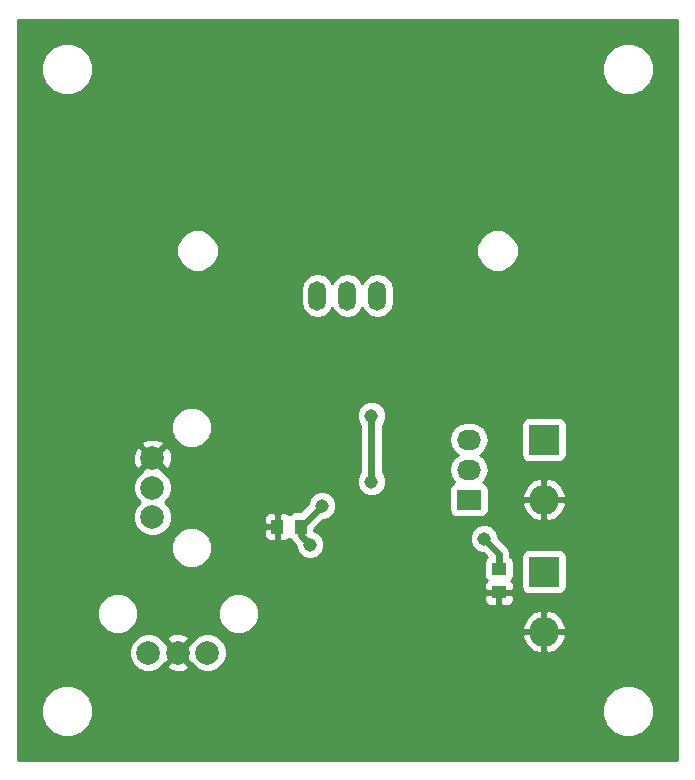
<source format=gbl>
G04 #@! TF.FileFunction,Copper,L2,Bot,Signal*
%FSLAX46Y46*%
G04 Gerber Fmt 4.6, Leading zero omitted, Abs format (unit mm)*
G04 Created by KiCad (PCBNEW 4.0.2-stable) date Tuesday, November 15, 2016 'AMt' 11:41:50 AM*
%MOMM*%
G01*
G04 APERTURE LIST*
%ADD10C,0.100000*%
%ADD11R,2.540000X2.540000*%
%ADD12O,2.540000X2.540000*%
%ADD13R,1.000000X1.250000*%
%ADD14R,1.250000X1.000000*%
%ADD15R,2.032000X1.727200*%
%ADD16O,2.032000X1.727200*%
%ADD17O,1.501140X2.499360*%
%ADD18C,2.000000*%
%ADD19C,1.143000*%
%ADD20C,0.609600*%
%ADD21C,0.254000*%
G04 APERTURE END LIST*
D10*
D11*
X143637000Y-64262000D03*
D12*
X143637000Y-69342000D03*
D13*
X123047000Y-71628000D03*
X121047000Y-71628000D03*
D14*
X139827000Y-75200000D03*
X139827000Y-77200000D03*
D11*
X143637000Y-75438000D03*
D12*
X143637000Y-80518000D03*
D15*
X137287000Y-69342000D03*
D16*
X137287000Y-66802000D03*
X137287000Y-64262000D03*
D17*
X127000000Y-52070000D03*
X124460000Y-52070000D03*
X129540000Y-52070000D03*
D18*
X110490000Y-70826000D03*
X110490000Y-68326000D03*
X110490000Y-65826000D03*
X115149000Y-82296000D03*
X112649000Y-82296000D03*
X110149000Y-82296000D03*
D19*
X124841000Y-69850000D03*
X123825000Y-73152000D03*
X134366000Y-63754000D03*
X134366000Y-81661000D03*
X129413000Y-70104000D03*
X119253000Y-65786000D03*
X134112000Y-76073000D03*
X138557000Y-72644000D03*
X129032000Y-67818000D03*
X129032000Y-62230000D03*
D20*
X123047000Y-71628000D02*
X123063000Y-71628000D01*
X123063000Y-71628000D02*
X124841000Y-69850000D01*
X123047000Y-72374000D02*
X123047000Y-71628000D01*
X123825000Y-73152000D02*
X123047000Y-72374000D01*
X134112000Y-76073000D02*
X134112000Y-76200000D01*
X139827000Y-73914000D02*
X139827000Y-75200000D01*
X138557000Y-72644000D02*
X139827000Y-73914000D01*
X129032000Y-62230000D02*
X129032000Y-67818000D01*
D21*
G36*
X154890000Y-91390000D02*
X99110000Y-91390000D01*
X99110000Y-87691619D01*
X101015613Y-87691619D01*
X101355155Y-88513372D01*
X101983321Y-89142636D01*
X102804481Y-89483611D01*
X103693619Y-89484387D01*
X104515372Y-89144845D01*
X105144636Y-88516679D01*
X105485611Y-87695519D01*
X105485614Y-87691619D01*
X148513613Y-87691619D01*
X148853155Y-88513372D01*
X149481321Y-89142636D01*
X150302481Y-89483611D01*
X151191619Y-89484387D01*
X152013372Y-89144845D01*
X152642636Y-88516679D01*
X152983611Y-87695519D01*
X152984387Y-86806381D01*
X152644845Y-85984628D01*
X152016679Y-85355364D01*
X151195519Y-85014389D01*
X150306381Y-85013613D01*
X149484628Y-85353155D01*
X148855364Y-85981321D01*
X148514389Y-86802481D01*
X148513613Y-87691619D01*
X105485614Y-87691619D01*
X105486387Y-86806381D01*
X105146845Y-85984628D01*
X104518679Y-85355364D01*
X103697519Y-85014389D01*
X102808381Y-85013613D01*
X101986628Y-85353155D01*
X101357364Y-85981321D01*
X101016389Y-86802481D01*
X101015613Y-87691619D01*
X99110000Y-87691619D01*
X99110000Y-82619795D01*
X108513716Y-82619795D01*
X108762106Y-83220943D01*
X109221637Y-83681278D01*
X109822352Y-83930716D01*
X110472795Y-83931284D01*
X111073943Y-83682894D01*
X111308715Y-83448532D01*
X111676073Y-83448532D01*
X111774736Y-83715387D01*
X112384461Y-83941908D01*
X113034460Y-83917856D01*
X113523264Y-83715387D01*
X113621927Y-83448532D01*
X112649000Y-82475605D01*
X111676073Y-83448532D01*
X111308715Y-83448532D01*
X111490752Y-83266813D01*
X111496468Y-83268927D01*
X112469395Y-82296000D01*
X112828605Y-82296000D01*
X113801532Y-83268927D01*
X113807722Y-83266639D01*
X114221637Y-83681278D01*
X114822352Y-83930716D01*
X115472795Y-83931284D01*
X116073943Y-83682894D01*
X116534278Y-83223363D01*
X116783716Y-82622648D01*
X116784284Y-81972205D01*
X116535894Y-81371057D01*
X116106371Y-80940782D01*
X141779500Y-80940782D01*
X142082685Y-81619434D01*
X142622501Y-82130403D01*
X143214219Y-82375493D01*
X143510000Y-82259626D01*
X143510000Y-80645000D01*
X143764000Y-80645000D01*
X143764000Y-82259626D01*
X144059781Y-82375493D01*
X144651499Y-82130403D01*
X145191315Y-81619434D01*
X145494500Y-80940782D01*
X145379019Y-80645000D01*
X143764000Y-80645000D01*
X143510000Y-80645000D01*
X141894981Y-80645000D01*
X141779500Y-80940782D01*
X116106371Y-80940782D01*
X116076363Y-80910722D01*
X115475648Y-80661284D01*
X114825205Y-80660716D01*
X114224057Y-80909106D01*
X113807248Y-81325187D01*
X113801532Y-81323073D01*
X112828605Y-82296000D01*
X112469395Y-82296000D01*
X111496468Y-81323073D01*
X111490278Y-81325361D01*
X111308703Y-81143468D01*
X111676073Y-81143468D01*
X112649000Y-82116395D01*
X113621927Y-81143468D01*
X113523264Y-80876613D01*
X112913539Y-80650092D01*
X112263540Y-80674144D01*
X111774736Y-80876613D01*
X111676073Y-81143468D01*
X111308703Y-81143468D01*
X111076363Y-80910722D01*
X110475648Y-80661284D01*
X109825205Y-80660716D01*
X109224057Y-80909106D01*
X108763722Y-81368637D01*
X108514284Y-81969352D01*
X108513716Y-82619795D01*
X99110000Y-82619795D01*
X99110000Y-79339599D01*
X105813699Y-79339599D01*
X106077281Y-79977515D01*
X106564918Y-80466004D01*
X107202373Y-80730699D01*
X107892599Y-80731301D01*
X108530515Y-80467719D01*
X109019004Y-79980082D01*
X109283699Y-79342627D01*
X109283701Y-79339599D01*
X116013699Y-79339599D01*
X116277281Y-79977515D01*
X116764918Y-80466004D01*
X117402373Y-80730699D01*
X118092599Y-80731301D01*
X118730515Y-80467719D01*
X119103666Y-80095218D01*
X141779500Y-80095218D01*
X141894981Y-80391000D01*
X143510000Y-80391000D01*
X143510000Y-78776374D01*
X143764000Y-78776374D01*
X143764000Y-80391000D01*
X145379019Y-80391000D01*
X145494500Y-80095218D01*
X145191315Y-79416566D01*
X144651499Y-78905597D01*
X144059781Y-78660507D01*
X143764000Y-78776374D01*
X143510000Y-78776374D01*
X143214219Y-78660507D01*
X142622501Y-78905597D01*
X142082685Y-79416566D01*
X141779500Y-80095218D01*
X119103666Y-80095218D01*
X119219004Y-79980082D01*
X119483699Y-79342627D01*
X119484301Y-78652401D01*
X119220719Y-78014485D01*
X118733082Y-77525996D01*
X118636160Y-77485750D01*
X138567000Y-77485750D01*
X138567000Y-77826309D01*
X138663673Y-78059698D01*
X138842301Y-78238327D01*
X139075690Y-78335000D01*
X139541250Y-78335000D01*
X139700000Y-78176250D01*
X139700000Y-77327000D01*
X139954000Y-77327000D01*
X139954000Y-78176250D01*
X140112750Y-78335000D01*
X140578310Y-78335000D01*
X140811699Y-78238327D01*
X140990327Y-78059698D01*
X141087000Y-77826309D01*
X141087000Y-77485750D01*
X140928250Y-77327000D01*
X139954000Y-77327000D01*
X139700000Y-77327000D01*
X138725750Y-77327000D01*
X138567000Y-77485750D01*
X118636160Y-77485750D01*
X118095627Y-77261301D01*
X117405401Y-77260699D01*
X116767485Y-77524281D01*
X116278996Y-78011918D01*
X116014301Y-78649373D01*
X116013699Y-79339599D01*
X109283701Y-79339599D01*
X109284301Y-78652401D01*
X109020719Y-78014485D01*
X108533082Y-77525996D01*
X107895627Y-77261301D01*
X107205401Y-77260699D01*
X106567485Y-77524281D01*
X106078996Y-78011918D01*
X105814301Y-78649373D01*
X105813699Y-79339599D01*
X99110000Y-79339599D01*
X99110000Y-73769599D01*
X112054699Y-73769599D01*
X112318281Y-74407515D01*
X112805918Y-74896004D01*
X113443373Y-75160699D01*
X114133599Y-75161301D01*
X114771515Y-74897719D01*
X115260004Y-74410082D01*
X115524699Y-73772627D01*
X115525301Y-73082401D01*
X115261719Y-72444485D01*
X114774082Y-71955996D01*
X114672343Y-71913750D01*
X119912000Y-71913750D01*
X119912000Y-72379310D01*
X120008673Y-72612699D01*
X120187302Y-72791327D01*
X120420691Y-72888000D01*
X120761250Y-72888000D01*
X120920000Y-72729250D01*
X120920000Y-71755000D01*
X120070750Y-71755000D01*
X119912000Y-71913750D01*
X114672343Y-71913750D01*
X114136627Y-71691301D01*
X113446401Y-71690699D01*
X112808485Y-71954281D01*
X112319996Y-72441918D01*
X112055301Y-73079373D01*
X112054699Y-73769599D01*
X99110000Y-73769599D01*
X99110000Y-68649795D01*
X108854716Y-68649795D01*
X109103106Y-69250943D01*
X109427759Y-69576164D01*
X109104722Y-69898637D01*
X108855284Y-70499352D01*
X108854716Y-71149795D01*
X109103106Y-71750943D01*
X109562637Y-72211278D01*
X110163352Y-72460716D01*
X110813795Y-72461284D01*
X111414943Y-72212894D01*
X111875278Y-71753363D01*
X112124716Y-71152648D01*
X112124956Y-70876690D01*
X119912000Y-70876690D01*
X119912000Y-71342250D01*
X120070750Y-71501000D01*
X120920000Y-71501000D01*
X120920000Y-70526750D01*
X121174000Y-70526750D01*
X121174000Y-71501000D01*
X121194000Y-71501000D01*
X121194000Y-71755000D01*
X121174000Y-71755000D01*
X121174000Y-72729250D01*
X121332750Y-72888000D01*
X121673309Y-72888000D01*
X121906698Y-72791327D01*
X122047936Y-72650090D01*
X122082910Y-72704441D01*
X122223334Y-72800389D01*
X122382461Y-73038539D01*
X122618393Y-73274471D01*
X122618291Y-73390935D01*
X122801582Y-73834535D01*
X123140680Y-74174225D01*
X123583959Y-74358290D01*
X124063935Y-74358709D01*
X124507535Y-74175418D01*
X124847225Y-73836320D01*
X125031290Y-73393041D01*
X125031709Y-72913065D01*
X125019260Y-72882935D01*
X137350291Y-72882935D01*
X137533582Y-73326535D01*
X137872680Y-73666225D01*
X138315959Y-73850290D01*
X138434315Y-73850393D01*
X138792709Y-74208787D01*
X138750559Y-74235910D01*
X138605569Y-74448110D01*
X138554560Y-74700000D01*
X138554560Y-75700000D01*
X138598838Y-75935317D01*
X138737910Y-76151441D01*
X138806006Y-76197969D01*
X138663673Y-76340302D01*
X138567000Y-76573691D01*
X138567000Y-76914250D01*
X138725750Y-77073000D01*
X139700000Y-77073000D01*
X139700000Y-77053000D01*
X139954000Y-77053000D01*
X139954000Y-77073000D01*
X140928250Y-77073000D01*
X141087000Y-76914250D01*
X141087000Y-76573691D01*
X140990327Y-76340302D01*
X140849090Y-76199064D01*
X140903441Y-76164090D01*
X141048431Y-75951890D01*
X141099440Y-75700000D01*
X141099440Y-74700000D01*
X141055162Y-74464683D01*
X140916090Y-74248559D01*
X140798188Y-74168000D01*
X141719560Y-74168000D01*
X141719560Y-76708000D01*
X141763838Y-76943317D01*
X141902910Y-77159441D01*
X142115110Y-77304431D01*
X142367000Y-77355440D01*
X144907000Y-77355440D01*
X145142317Y-77311162D01*
X145358441Y-77172090D01*
X145503431Y-76959890D01*
X145554440Y-76708000D01*
X145554440Y-74168000D01*
X145510162Y-73932683D01*
X145371090Y-73716559D01*
X145158890Y-73571569D01*
X144907000Y-73520560D01*
X142367000Y-73520560D01*
X142131683Y-73564838D01*
X141915559Y-73703910D01*
X141770569Y-73916110D01*
X141719560Y-74168000D01*
X140798188Y-74168000D01*
X140766800Y-74146554D01*
X140766800Y-73914000D01*
X140695262Y-73554354D01*
X140491539Y-73249461D01*
X139763607Y-72521529D01*
X139763709Y-72405065D01*
X139580418Y-71961465D01*
X139241320Y-71621775D01*
X138798041Y-71437710D01*
X138318065Y-71437291D01*
X137874465Y-71620582D01*
X137534775Y-71959680D01*
X137350710Y-72402959D01*
X137350291Y-72882935D01*
X125019260Y-72882935D01*
X124848418Y-72469465D01*
X124509320Y-72129775D01*
X124194440Y-71999026D01*
X124194440Y-71825638D01*
X124963471Y-71056607D01*
X125079935Y-71056709D01*
X125523535Y-70873418D01*
X125863225Y-70534320D01*
X126047290Y-70091041D01*
X126047709Y-69611065D01*
X125864418Y-69167465D01*
X125525320Y-68827775D01*
X125082041Y-68643710D01*
X124602065Y-68643291D01*
X124158465Y-68826582D01*
X123818775Y-69165680D01*
X123634710Y-69608959D01*
X123634607Y-69727315D01*
X123006362Y-70355560D01*
X122547000Y-70355560D01*
X122311683Y-70399838D01*
X122095559Y-70538910D01*
X122049031Y-70607006D01*
X121906698Y-70464673D01*
X121673309Y-70368000D01*
X121332750Y-70368000D01*
X121174000Y-70526750D01*
X120920000Y-70526750D01*
X120761250Y-70368000D01*
X120420691Y-70368000D01*
X120187302Y-70464673D01*
X120008673Y-70643301D01*
X119912000Y-70876690D01*
X112124956Y-70876690D01*
X112125284Y-70502205D01*
X111876894Y-69901057D01*
X111552241Y-69575836D01*
X111875278Y-69253363D01*
X112124716Y-68652648D01*
X112125284Y-68002205D01*
X111876894Y-67401057D01*
X111460813Y-66984248D01*
X111462927Y-66978532D01*
X110490000Y-66005605D01*
X109517073Y-66978532D01*
X109519361Y-66984722D01*
X109104722Y-67398637D01*
X108855284Y-67999352D01*
X108854716Y-68649795D01*
X99110000Y-68649795D01*
X99110000Y-65561461D01*
X108844092Y-65561461D01*
X108868144Y-66211460D01*
X109070613Y-66700264D01*
X109337468Y-66798927D01*
X110310395Y-65826000D01*
X110669605Y-65826000D01*
X111642532Y-66798927D01*
X111909387Y-66700264D01*
X112135908Y-66090539D01*
X112111856Y-65440540D01*
X111909387Y-64951736D01*
X111642532Y-64853073D01*
X110669605Y-65826000D01*
X110310395Y-65826000D01*
X109337468Y-64853073D01*
X109070613Y-64951736D01*
X108844092Y-65561461D01*
X99110000Y-65561461D01*
X99110000Y-64673468D01*
X109517073Y-64673468D01*
X110490000Y-65646395D01*
X111462927Y-64673468D01*
X111364264Y-64406613D01*
X110754539Y-64180092D01*
X110104540Y-64204144D01*
X109615736Y-64406613D01*
X109517073Y-64673468D01*
X99110000Y-64673468D01*
X99110000Y-63569599D01*
X112054699Y-63569599D01*
X112318281Y-64207515D01*
X112805918Y-64696004D01*
X113443373Y-64960699D01*
X114133599Y-64961301D01*
X114771515Y-64697719D01*
X115260004Y-64210082D01*
X115524699Y-63572627D01*
X115525301Y-62882401D01*
X115354461Y-62468935D01*
X127825291Y-62468935D01*
X128008582Y-62912535D01*
X128092200Y-62996299D01*
X128092200Y-67051399D01*
X128009775Y-67133680D01*
X127825710Y-67576959D01*
X127825291Y-68056935D01*
X128008582Y-68500535D01*
X128347680Y-68840225D01*
X128790959Y-69024290D01*
X129270935Y-69024709D01*
X129714535Y-68841418D01*
X130054225Y-68502320D01*
X130238290Y-68059041D01*
X130238709Y-67579065D01*
X130055418Y-67135465D01*
X129971800Y-67051701D01*
X129971800Y-64262000D01*
X135603655Y-64262000D01*
X135717729Y-64835489D01*
X136042585Y-65321670D01*
X136357366Y-65532000D01*
X136042585Y-65742330D01*
X135717729Y-66228511D01*
X135603655Y-66802000D01*
X135717729Y-67375489D01*
X136042585Y-67861670D01*
X136056913Y-67871243D01*
X136035683Y-67875238D01*
X135819559Y-68014310D01*
X135674569Y-68226510D01*
X135623560Y-68478400D01*
X135623560Y-70205600D01*
X135667838Y-70440917D01*
X135806910Y-70657041D01*
X136019110Y-70802031D01*
X136271000Y-70853040D01*
X138303000Y-70853040D01*
X138538317Y-70808762D01*
X138754441Y-70669690D01*
X138899431Y-70457490D01*
X138950440Y-70205600D01*
X138950440Y-69764782D01*
X141779500Y-69764782D01*
X142082685Y-70443434D01*
X142622501Y-70954403D01*
X143214219Y-71199493D01*
X143510000Y-71083626D01*
X143510000Y-69469000D01*
X143764000Y-69469000D01*
X143764000Y-71083626D01*
X144059781Y-71199493D01*
X144651499Y-70954403D01*
X145191315Y-70443434D01*
X145494500Y-69764782D01*
X145379019Y-69469000D01*
X143764000Y-69469000D01*
X143510000Y-69469000D01*
X141894981Y-69469000D01*
X141779500Y-69764782D01*
X138950440Y-69764782D01*
X138950440Y-68919218D01*
X141779500Y-68919218D01*
X141894981Y-69215000D01*
X143510000Y-69215000D01*
X143510000Y-67600374D01*
X143764000Y-67600374D01*
X143764000Y-69215000D01*
X145379019Y-69215000D01*
X145494500Y-68919218D01*
X145191315Y-68240566D01*
X144651499Y-67729597D01*
X144059781Y-67484507D01*
X143764000Y-67600374D01*
X143510000Y-67600374D01*
X143214219Y-67484507D01*
X142622501Y-67729597D01*
X142082685Y-68240566D01*
X141779500Y-68919218D01*
X138950440Y-68919218D01*
X138950440Y-68478400D01*
X138906162Y-68243083D01*
X138767090Y-68026959D01*
X138554890Y-67881969D01*
X138513561Y-67873600D01*
X138531415Y-67861670D01*
X138856271Y-67375489D01*
X138970345Y-66802000D01*
X138856271Y-66228511D01*
X138531415Y-65742330D01*
X138216634Y-65532000D01*
X138531415Y-65321670D01*
X138856271Y-64835489D01*
X138970345Y-64262000D01*
X138856271Y-63688511D01*
X138531415Y-63202330D01*
X138216635Y-62992000D01*
X141719560Y-62992000D01*
X141719560Y-65532000D01*
X141763838Y-65767317D01*
X141902910Y-65983441D01*
X142115110Y-66128431D01*
X142367000Y-66179440D01*
X144907000Y-66179440D01*
X145142317Y-66135162D01*
X145358441Y-65996090D01*
X145503431Y-65783890D01*
X145554440Y-65532000D01*
X145554440Y-62992000D01*
X145510162Y-62756683D01*
X145371090Y-62540559D01*
X145158890Y-62395569D01*
X144907000Y-62344560D01*
X142367000Y-62344560D01*
X142131683Y-62388838D01*
X141915559Y-62527910D01*
X141770569Y-62740110D01*
X141719560Y-62992000D01*
X138216635Y-62992000D01*
X138045234Y-62877474D01*
X137471745Y-62763400D01*
X137102255Y-62763400D01*
X136528766Y-62877474D01*
X136042585Y-63202330D01*
X135717729Y-63688511D01*
X135603655Y-64262000D01*
X129971800Y-64262000D01*
X129971800Y-62996601D01*
X130054225Y-62914320D01*
X130238290Y-62471041D01*
X130238709Y-61991065D01*
X130055418Y-61547465D01*
X129716320Y-61207775D01*
X129273041Y-61023710D01*
X128793065Y-61023291D01*
X128349465Y-61206582D01*
X128009775Y-61545680D01*
X127825710Y-61988959D01*
X127825291Y-62468935D01*
X115354461Y-62468935D01*
X115261719Y-62244485D01*
X114774082Y-61755996D01*
X114136627Y-61491301D01*
X113446401Y-61490699D01*
X112808485Y-61754281D01*
X112319996Y-62241918D01*
X112055301Y-62879373D01*
X112054699Y-63569599D01*
X99110000Y-63569599D01*
X99110000Y-51533967D01*
X123074430Y-51533967D01*
X123074430Y-52606033D01*
X123179900Y-53136268D01*
X123480254Y-53585779D01*
X123929765Y-53886133D01*
X124460000Y-53991603D01*
X124990235Y-53886133D01*
X125439746Y-53585779D01*
X125730000Y-53151384D01*
X126020254Y-53585779D01*
X126469765Y-53886133D01*
X127000000Y-53991603D01*
X127530235Y-53886133D01*
X127979746Y-53585779D01*
X128270000Y-53151384D01*
X128560254Y-53585779D01*
X129009765Y-53886133D01*
X129540000Y-53991603D01*
X130070235Y-53886133D01*
X130519746Y-53585779D01*
X130820100Y-53136268D01*
X130925570Y-52606033D01*
X130925570Y-51533967D01*
X130820100Y-51003732D01*
X130519746Y-50554221D01*
X130070235Y-50253867D01*
X129540000Y-50148397D01*
X129009765Y-50253867D01*
X128560254Y-50554221D01*
X128270000Y-50988616D01*
X127979746Y-50554221D01*
X127530235Y-50253867D01*
X127000000Y-50148397D01*
X126469765Y-50253867D01*
X126020254Y-50554221D01*
X125730000Y-50988616D01*
X125439746Y-50554221D01*
X124990235Y-50253867D01*
X124460000Y-50148397D01*
X123929765Y-50253867D01*
X123480254Y-50554221D01*
X123179900Y-51003732D01*
X123074430Y-51533967D01*
X99110000Y-51533967D01*
X99110000Y-48614630D01*
X112508990Y-48614630D01*
X112781033Y-49273025D01*
X113284325Y-49777196D01*
X113942245Y-50050389D01*
X114654630Y-50051010D01*
X115313025Y-49778967D01*
X115817196Y-49275675D01*
X116090389Y-48617755D01*
X116090391Y-48614630D01*
X137908990Y-48614630D01*
X138181033Y-49273025D01*
X138684325Y-49777196D01*
X139342245Y-50050389D01*
X140054630Y-50051010D01*
X140713025Y-49778967D01*
X141217196Y-49275675D01*
X141490389Y-48617755D01*
X141491010Y-47905370D01*
X141218967Y-47246975D01*
X140715675Y-46742804D01*
X140057755Y-46469611D01*
X139345370Y-46468990D01*
X138686975Y-46741033D01*
X138182804Y-47244325D01*
X137909611Y-47902245D01*
X137908990Y-48614630D01*
X116090391Y-48614630D01*
X116091010Y-47905370D01*
X115818967Y-47246975D01*
X115315675Y-46742804D01*
X114657755Y-46469611D01*
X113945370Y-46468990D01*
X113286975Y-46741033D01*
X112782804Y-47244325D01*
X112509611Y-47902245D01*
X112508990Y-48614630D01*
X99110000Y-48614630D01*
X99110000Y-33335619D01*
X101015613Y-33335619D01*
X101355155Y-34157372D01*
X101983321Y-34786636D01*
X102804481Y-35127611D01*
X103693619Y-35128387D01*
X104515372Y-34788845D01*
X105144636Y-34160679D01*
X105485611Y-33339519D01*
X105485614Y-33335619D01*
X148513613Y-33335619D01*
X148853155Y-34157372D01*
X149481321Y-34786636D01*
X150302481Y-35127611D01*
X151191619Y-35128387D01*
X152013372Y-34788845D01*
X152642636Y-34160679D01*
X152983611Y-33339519D01*
X152984387Y-32450381D01*
X152644845Y-31628628D01*
X152016679Y-30999364D01*
X151195519Y-30658389D01*
X150306381Y-30657613D01*
X149484628Y-30997155D01*
X148855364Y-31625321D01*
X148514389Y-32446481D01*
X148513613Y-33335619D01*
X105485614Y-33335619D01*
X105486387Y-32450381D01*
X105146845Y-31628628D01*
X104518679Y-30999364D01*
X103697519Y-30658389D01*
X102808381Y-30657613D01*
X101986628Y-30997155D01*
X101357364Y-31625321D01*
X101016389Y-32446481D01*
X101015613Y-33335619D01*
X99110000Y-33335619D01*
X99110000Y-28752000D01*
X154890000Y-28752000D01*
X154890000Y-91390000D01*
X154890000Y-91390000D01*
G37*
X154890000Y-91390000D02*
X99110000Y-91390000D01*
X99110000Y-87691619D01*
X101015613Y-87691619D01*
X101355155Y-88513372D01*
X101983321Y-89142636D01*
X102804481Y-89483611D01*
X103693619Y-89484387D01*
X104515372Y-89144845D01*
X105144636Y-88516679D01*
X105485611Y-87695519D01*
X105485614Y-87691619D01*
X148513613Y-87691619D01*
X148853155Y-88513372D01*
X149481321Y-89142636D01*
X150302481Y-89483611D01*
X151191619Y-89484387D01*
X152013372Y-89144845D01*
X152642636Y-88516679D01*
X152983611Y-87695519D01*
X152984387Y-86806381D01*
X152644845Y-85984628D01*
X152016679Y-85355364D01*
X151195519Y-85014389D01*
X150306381Y-85013613D01*
X149484628Y-85353155D01*
X148855364Y-85981321D01*
X148514389Y-86802481D01*
X148513613Y-87691619D01*
X105485614Y-87691619D01*
X105486387Y-86806381D01*
X105146845Y-85984628D01*
X104518679Y-85355364D01*
X103697519Y-85014389D01*
X102808381Y-85013613D01*
X101986628Y-85353155D01*
X101357364Y-85981321D01*
X101016389Y-86802481D01*
X101015613Y-87691619D01*
X99110000Y-87691619D01*
X99110000Y-82619795D01*
X108513716Y-82619795D01*
X108762106Y-83220943D01*
X109221637Y-83681278D01*
X109822352Y-83930716D01*
X110472795Y-83931284D01*
X111073943Y-83682894D01*
X111308715Y-83448532D01*
X111676073Y-83448532D01*
X111774736Y-83715387D01*
X112384461Y-83941908D01*
X113034460Y-83917856D01*
X113523264Y-83715387D01*
X113621927Y-83448532D01*
X112649000Y-82475605D01*
X111676073Y-83448532D01*
X111308715Y-83448532D01*
X111490752Y-83266813D01*
X111496468Y-83268927D01*
X112469395Y-82296000D01*
X112828605Y-82296000D01*
X113801532Y-83268927D01*
X113807722Y-83266639D01*
X114221637Y-83681278D01*
X114822352Y-83930716D01*
X115472795Y-83931284D01*
X116073943Y-83682894D01*
X116534278Y-83223363D01*
X116783716Y-82622648D01*
X116784284Y-81972205D01*
X116535894Y-81371057D01*
X116106371Y-80940782D01*
X141779500Y-80940782D01*
X142082685Y-81619434D01*
X142622501Y-82130403D01*
X143214219Y-82375493D01*
X143510000Y-82259626D01*
X143510000Y-80645000D01*
X143764000Y-80645000D01*
X143764000Y-82259626D01*
X144059781Y-82375493D01*
X144651499Y-82130403D01*
X145191315Y-81619434D01*
X145494500Y-80940782D01*
X145379019Y-80645000D01*
X143764000Y-80645000D01*
X143510000Y-80645000D01*
X141894981Y-80645000D01*
X141779500Y-80940782D01*
X116106371Y-80940782D01*
X116076363Y-80910722D01*
X115475648Y-80661284D01*
X114825205Y-80660716D01*
X114224057Y-80909106D01*
X113807248Y-81325187D01*
X113801532Y-81323073D01*
X112828605Y-82296000D01*
X112469395Y-82296000D01*
X111496468Y-81323073D01*
X111490278Y-81325361D01*
X111308703Y-81143468D01*
X111676073Y-81143468D01*
X112649000Y-82116395D01*
X113621927Y-81143468D01*
X113523264Y-80876613D01*
X112913539Y-80650092D01*
X112263540Y-80674144D01*
X111774736Y-80876613D01*
X111676073Y-81143468D01*
X111308703Y-81143468D01*
X111076363Y-80910722D01*
X110475648Y-80661284D01*
X109825205Y-80660716D01*
X109224057Y-80909106D01*
X108763722Y-81368637D01*
X108514284Y-81969352D01*
X108513716Y-82619795D01*
X99110000Y-82619795D01*
X99110000Y-79339599D01*
X105813699Y-79339599D01*
X106077281Y-79977515D01*
X106564918Y-80466004D01*
X107202373Y-80730699D01*
X107892599Y-80731301D01*
X108530515Y-80467719D01*
X109019004Y-79980082D01*
X109283699Y-79342627D01*
X109283701Y-79339599D01*
X116013699Y-79339599D01*
X116277281Y-79977515D01*
X116764918Y-80466004D01*
X117402373Y-80730699D01*
X118092599Y-80731301D01*
X118730515Y-80467719D01*
X119103666Y-80095218D01*
X141779500Y-80095218D01*
X141894981Y-80391000D01*
X143510000Y-80391000D01*
X143510000Y-78776374D01*
X143764000Y-78776374D01*
X143764000Y-80391000D01*
X145379019Y-80391000D01*
X145494500Y-80095218D01*
X145191315Y-79416566D01*
X144651499Y-78905597D01*
X144059781Y-78660507D01*
X143764000Y-78776374D01*
X143510000Y-78776374D01*
X143214219Y-78660507D01*
X142622501Y-78905597D01*
X142082685Y-79416566D01*
X141779500Y-80095218D01*
X119103666Y-80095218D01*
X119219004Y-79980082D01*
X119483699Y-79342627D01*
X119484301Y-78652401D01*
X119220719Y-78014485D01*
X118733082Y-77525996D01*
X118636160Y-77485750D01*
X138567000Y-77485750D01*
X138567000Y-77826309D01*
X138663673Y-78059698D01*
X138842301Y-78238327D01*
X139075690Y-78335000D01*
X139541250Y-78335000D01*
X139700000Y-78176250D01*
X139700000Y-77327000D01*
X139954000Y-77327000D01*
X139954000Y-78176250D01*
X140112750Y-78335000D01*
X140578310Y-78335000D01*
X140811699Y-78238327D01*
X140990327Y-78059698D01*
X141087000Y-77826309D01*
X141087000Y-77485750D01*
X140928250Y-77327000D01*
X139954000Y-77327000D01*
X139700000Y-77327000D01*
X138725750Y-77327000D01*
X138567000Y-77485750D01*
X118636160Y-77485750D01*
X118095627Y-77261301D01*
X117405401Y-77260699D01*
X116767485Y-77524281D01*
X116278996Y-78011918D01*
X116014301Y-78649373D01*
X116013699Y-79339599D01*
X109283701Y-79339599D01*
X109284301Y-78652401D01*
X109020719Y-78014485D01*
X108533082Y-77525996D01*
X107895627Y-77261301D01*
X107205401Y-77260699D01*
X106567485Y-77524281D01*
X106078996Y-78011918D01*
X105814301Y-78649373D01*
X105813699Y-79339599D01*
X99110000Y-79339599D01*
X99110000Y-73769599D01*
X112054699Y-73769599D01*
X112318281Y-74407515D01*
X112805918Y-74896004D01*
X113443373Y-75160699D01*
X114133599Y-75161301D01*
X114771515Y-74897719D01*
X115260004Y-74410082D01*
X115524699Y-73772627D01*
X115525301Y-73082401D01*
X115261719Y-72444485D01*
X114774082Y-71955996D01*
X114672343Y-71913750D01*
X119912000Y-71913750D01*
X119912000Y-72379310D01*
X120008673Y-72612699D01*
X120187302Y-72791327D01*
X120420691Y-72888000D01*
X120761250Y-72888000D01*
X120920000Y-72729250D01*
X120920000Y-71755000D01*
X120070750Y-71755000D01*
X119912000Y-71913750D01*
X114672343Y-71913750D01*
X114136627Y-71691301D01*
X113446401Y-71690699D01*
X112808485Y-71954281D01*
X112319996Y-72441918D01*
X112055301Y-73079373D01*
X112054699Y-73769599D01*
X99110000Y-73769599D01*
X99110000Y-68649795D01*
X108854716Y-68649795D01*
X109103106Y-69250943D01*
X109427759Y-69576164D01*
X109104722Y-69898637D01*
X108855284Y-70499352D01*
X108854716Y-71149795D01*
X109103106Y-71750943D01*
X109562637Y-72211278D01*
X110163352Y-72460716D01*
X110813795Y-72461284D01*
X111414943Y-72212894D01*
X111875278Y-71753363D01*
X112124716Y-71152648D01*
X112124956Y-70876690D01*
X119912000Y-70876690D01*
X119912000Y-71342250D01*
X120070750Y-71501000D01*
X120920000Y-71501000D01*
X120920000Y-70526750D01*
X121174000Y-70526750D01*
X121174000Y-71501000D01*
X121194000Y-71501000D01*
X121194000Y-71755000D01*
X121174000Y-71755000D01*
X121174000Y-72729250D01*
X121332750Y-72888000D01*
X121673309Y-72888000D01*
X121906698Y-72791327D01*
X122047936Y-72650090D01*
X122082910Y-72704441D01*
X122223334Y-72800389D01*
X122382461Y-73038539D01*
X122618393Y-73274471D01*
X122618291Y-73390935D01*
X122801582Y-73834535D01*
X123140680Y-74174225D01*
X123583959Y-74358290D01*
X124063935Y-74358709D01*
X124507535Y-74175418D01*
X124847225Y-73836320D01*
X125031290Y-73393041D01*
X125031709Y-72913065D01*
X125019260Y-72882935D01*
X137350291Y-72882935D01*
X137533582Y-73326535D01*
X137872680Y-73666225D01*
X138315959Y-73850290D01*
X138434315Y-73850393D01*
X138792709Y-74208787D01*
X138750559Y-74235910D01*
X138605569Y-74448110D01*
X138554560Y-74700000D01*
X138554560Y-75700000D01*
X138598838Y-75935317D01*
X138737910Y-76151441D01*
X138806006Y-76197969D01*
X138663673Y-76340302D01*
X138567000Y-76573691D01*
X138567000Y-76914250D01*
X138725750Y-77073000D01*
X139700000Y-77073000D01*
X139700000Y-77053000D01*
X139954000Y-77053000D01*
X139954000Y-77073000D01*
X140928250Y-77073000D01*
X141087000Y-76914250D01*
X141087000Y-76573691D01*
X140990327Y-76340302D01*
X140849090Y-76199064D01*
X140903441Y-76164090D01*
X141048431Y-75951890D01*
X141099440Y-75700000D01*
X141099440Y-74700000D01*
X141055162Y-74464683D01*
X140916090Y-74248559D01*
X140798188Y-74168000D01*
X141719560Y-74168000D01*
X141719560Y-76708000D01*
X141763838Y-76943317D01*
X141902910Y-77159441D01*
X142115110Y-77304431D01*
X142367000Y-77355440D01*
X144907000Y-77355440D01*
X145142317Y-77311162D01*
X145358441Y-77172090D01*
X145503431Y-76959890D01*
X145554440Y-76708000D01*
X145554440Y-74168000D01*
X145510162Y-73932683D01*
X145371090Y-73716559D01*
X145158890Y-73571569D01*
X144907000Y-73520560D01*
X142367000Y-73520560D01*
X142131683Y-73564838D01*
X141915559Y-73703910D01*
X141770569Y-73916110D01*
X141719560Y-74168000D01*
X140798188Y-74168000D01*
X140766800Y-74146554D01*
X140766800Y-73914000D01*
X140695262Y-73554354D01*
X140491539Y-73249461D01*
X139763607Y-72521529D01*
X139763709Y-72405065D01*
X139580418Y-71961465D01*
X139241320Y-71621775D01*
X138798041Y-71437710D01*
X138318065Y-71437291D01*
X137874465Y-71620582D01*
X137534775Y-71959680D01*
X137350710Y-72402959D01*
X137350291Y-72882935D01*
X125019260Y-72882935D01*
X124848418Y-72469465D01*
X124509320Y-72129775D01*
X124194440Y-71999026D01*
X124194440Y-71825638D01*
X124963471Y-71056607D01*
X125079935Y-71056709D01*
X125523535Y-70873418D01*
X125863225Y-70534320D01*
X126047290Y-70091041D01*
X126047709Y-69611065D01*
X125864418Y-69167465D01*
X125525320Y-68827775D01*
X125082041Y-68643710D01*
X124602065Y-68643291D01*
X124158465Y-68826582D01*
X123818775Y-69165680D01*
X123634710Y-69608959D01*
X123634607Y-69727315D01*
X123006362Y-70355560D01*
X122547000Y-70355560D01*
X122311683Y-70399838D01*
X122095559Y-70538910D01*
X122049031Y-70607006D01*
X121906698Y-70464673D01*
X121673309Y-70368000D01*
X121332750Y-70368000D01*
X121174000Y-70526750D01*
X120920000Y-70526750D01*
X120761250Y-70368000D01*
X120420691Y-70368000D01*
X120187302Y-70464673D01*
X120008673Y-70643301D01*
X119912000Y-70876690D01*
X112124956Y-70876690D01*
X112125284Y-70502205D01*
X111876894Y-69901057D01*
X111552241Y-69575836D01*
X111875278Y-69253363D01*
X112124716Y-68652648D01*
X112125284Y-68002205D01*
X111876894Y-67401057D01*
X111460813Y-66984248D01*
X111462927Y-66978532D01*
X110490000Y-66005605D01*
X109517073Y-66978532D01*
X109519361Y-66984722D01*
X109104722Y-67398637D01*
X108855284Y-67999352D01*
X108854716Y-68649795D01*
X99110000Y-68649795D01*
X99110000Y-65561461D01*
X108844092Y-65561461D01*
X108868144Y-66211460D01*
X109070613Y-66700264D01*
X109337468Y-66798927D01*
X110310395Y-65826000D01*
X110669605Y-65826000D01*
X111642532Y-66798927D01*
X111909387Y-66700264D01*
X112135908Y-66090539D01*
X112111856Y-65440540D01*
X111909387Y-64951736D01*
X111642532Y-64853073D01*
X110669605Y-65826000D01*
X110310395Y-65826000D01*
X109337468Y-64853073D01*
X109070613Y-64951736D01*
X108844092Y-65561461D01*
X99110000Y-65561461D01*
X99110000Y-64673468D01*
X109517073Y-64673468D01*
X110490000Y-65646395D01*
X111462927Y-64673468D01*
X111364264Y-64406613D01*
X110754539Y-64180092D01*
X110104540Y-64204144D01*
X109615736Y-64406613D01*
X109517073Y-64673468D01*
X99110000Y-64673468D01*
X99110000Y-63569599D01*
X112054699Y-63569599D01*
X112318281Y-64207515D01*
X112805918Y-64696004D01*
X113443373Y-64960699D01*
X114133599Y-64961301D01*
X114771515Y-64697719D01*
X115260004Y-64210082D01*
X115524699Y-63572627D01*
X115525301Y-62882401D01*
X115354461Y-62468935D01*
X127825291Y-62468935D01*
X128008582Y-62912535D01*
X128092200Y-62996299D01*
X128092200Y-67051399D01*
X128009775Y-67133680D01*
X127825710Y-67576959D01*
X127825291Y-68056935D01*
X128008582Y-68500535D01*
X128347680Y-68840225D01*
X128790959Y-69024290D01*
X129270935Y-69024709D01*
X129714535Y-68841418D01*
X130054225Y-68502320D01*
X130238290Y-68059041D01*
X130238709Y-67579065D01*
X130055418Y-67135465D01*
X129971800Y-67051701D01*
X129971800Y-64262000D01*
X135603655Y-64262000D01*
X135717729Y-64835489D01*
X136042585Y-65321670D01*
X136357366Y-65532000D01*
X136042585Y-65742330D01*
X135717729Y-66228511D01*
X135603655Y-66802000D01*
X135717729Y-67375489D01*
X136042585Y-67861670D01*
X136056913Y-67871243D01*
X136035683Y-67875238D01*
X135819559Y-68014310D01*
X135674569Y-68226510D01*
X135623560Y-68478400D01*
X135623560Y-70205600D01*
X135667838Y-70440917D01*
X135806910Y-70657041D01*
X136019110Y-70802031D01*
X136271000Y-70853040D01*
X138303000Y-70853040D01*
X138538317Y-70808762D01*
X138754441Y-70669690D01*
X138899431Y-70457490D01*
X138950440Y-70205600D01*
X138950440Y-69764782D01*
X141779500Y-69764782D01*
X142082685Y-70443434D01*
X142622501Y-70954403D01*
X143214219Y-71199493D01*
X143510000Y-71083626D01*
X143510000Y-69469000D01*
X143764000Y-69469000D01*
X143764000Y-71083626D01*
X144059781Y-71199493D01*
X144651499Y-70954403D01*
X145191315Y-70443434D01*
X145494500Y-69764782D01*
X145379019Y-69469000D01*
X143764000Y-69469000D01*
X143510000Y-69469000D01*
X141894981Y-69469000D01*
X141779500Y-69764782D01*
X138950440Y-69764782D01*
X138950440Y-68919218D01*
X141779500Y-68919218D01*
X141894981Y-69215000D01*
X143510000Y-69215000D01*
X143510000Y-67600374D01*
X143764000Y-67600374D01*
X143764000Y-69215000D01*
X145379019Y-69215000D01*
X145494500Y-68919218D01*
X145191315Y-68240566D01*
X144651499Y-67729597D01*
X144059781Y-67484507D01*
X143764000Y-67600374D01*
X143510000Y-67600374D01*
X143214219Y-67484507D01*
X142622501Y-67729597D01*
X142082685Y-68240566D01*
X141779500Y-68919218D01*
X138950440Y-68919218D01*
X138950440Y-68478400D01*
X138906162Y-68243083D01*
X138767090Y-68026959D01*
X138554890Y-67881969D01*
X138513561Y-67873600D01*
X138531415Y-67861670D01*
X138856271Y-67375489D01*
X138970345Y-66802000D01*
X138856271Y-66228511D01*
X138531415Y-65742330D01*
X138216634Y-65532000D01*
X138531415Y-65321670D01*
X138856271Y-64835489D01*
X138970345Y-64262000D01*
X138856271Y-63688511D01*
X138531415Y-63202330D01*
X138216635Y-62992000D01*
X141719560Y-62992000D01*
X141719560Y-65532000D01*
X141763838Y-65767317D01*
X141902910Y-65983441D01*
X142115110Y-66128431D01*
X142367000Y-66179440D01*
X144907000Y-66179440D01*
X145142317Y-66135162D01*
X145358441Y-65996090D01*
X145503431Y-65783890D01*
X145554440Y-65532000D01*
X145554440Y-62992000D01*
X145510162Y-62756683D01*
X145371090Y-62540559D01*
X145158890Y-62395569D01*
X144907000Y-62344560D01*
X142367000Y-62344560D01*
X142131683Y-62388838D01*
X141915559Y-62527910D01*
X141770569Y-62740110D01*
X141719560Y-62992000D01*
X138216635Y-62992000D01*
X138045234Y-62877474D01*
X137471745Y-62763400D01*
X137102255Y-62763400D01*
X136528766Y-62877474D01*
X136042585Y-63202330D01*
X135717729Y-63688511D01*
X135603655Y-64262000D01*
X129971800Y-64262000D01*
X129971800Y-62996601D01*
X130054225Y-62914320D01*
X130238290Y-62471041D01*
X130238709Y-61991065D01*
X130055418Y-61547465D01*
X129716320Y-61207775D01*
X129273041Y-61023710D01*
X128793065Y-61023291D01*
X128349465Y-61206582D01*
X128009775Y-61545680D01*
X127825710Y-61988959D01*
X127825291Y-62468935D01*
X115354461Y-62468935D01*
X115261719Y-62244485D01*
X114774082Y-61755996D01*
X114136627Y-61491301D01*
X113446401Y-61490699D01*
X112808485Y-61754281D01*
X112319996Y-62241918D01*
X112055301Y-62879373D01*
X112054699Y-63569599D01*
X99110000Y-63569599D01*
X99110000Y-51533967D01*
X123074430Y-51533967D01*
X123074430Y-52606033D01*
X123179900Y-53136268D01*
X123480254Y-53585779D01*
X123929765Y-53886133D01*
X124460000Y-53991603D01*
X124990235Y-53886133D01*
X125439746Y-53585779D01*
X125730000Y-53151384D01*
X126020254Y-53585779D01*
X126469765Y-53886133D01*
X127000000Y-53991603D01*
X127530235Y-53886133D01*
X127979746Y-53585779D01*
X128270000Y-53151384D01*
X128560254Y-53585779D01*
X129009765Y-53886133D01*
X129540000Y-53991603D01*
X130070235Y-53886133D01*
X130519746Y-53585779D01*
X130820100Y-53136268D01*
X130925570Y-52606033D01*
X130925570Y-51533967D01*
X130820100Y-51003732D01*
X130519746Y-50554221D01*
X130070235Y-50253867D01*
X129540000Y-50148397D01*
X129009765Y-50253867D01*
X128560254Y-50554221D01*
X128270000Y-50988616D01*
X127979746Y-50554221D01*
X127530235Y-50253867D01*
X127000000Y-50148397D01*
X126469765Y-50253867D01*
X126020254Y-50554221D01*
X125730000Y-50988616D01*
X125439746Y-50554221D01*
X124990235Y-50253867D01*
X124460000Y-50148397D01*
X123929765Y-50253867D01*
X123480254Y-50554221D01*
X123179900Y-51003732D01*
X123074430Y-51533967D01*
X99110000Y-51533967D01*
X99110000Y-48614630D01*
X112508990Y-48614630D01*
X112781033Y-49273025D01*
X113284325Y-49777196D01*
X113942245Y-50050389D01*
X114654630Y-50051010D01*
X115313025Y-49778967D01*
X115817196Y-49275675D01*
X116090389Y-48617755D01*
X116090391Y-48614630D01*
X137908990Y-48614630D01*
X138181033Y-49273025D01*
X138684325Y-49777196D01*
X139342245Y-50050389D01*
X140054630Y-50051010D01*
X140713025Y-49778967D01*
X141217196Y-49275675D01*
X141490389Y-48617755D01*
X141491010Y-47905370D01*
X141218967Y-47246975D01*
X140715675Y-46742804D01*
X140057755Y-46469611D01*
X139345370Y-46468990D01*
X138686975Y-46741033D01*
X138182804Y-47244325D01*
X137909611Y-47902245D01*
X137908990Y-48614630D01*
X116090391Y-48614630D01*
X116091010Y-47905370D01*
X115818967Y-47246975D01*
X115315675Y-46742804D01*
X114657755Y-46469611D01*
X113945370Y-46468990D01*
X113286975Y-46741033D01*
X112782804Y-47244325D01*
X112509611Y-47902245D01*
X112508990Y-48614630D01*
X99110000Y-48614630D01*
X99110000Y-33335619D01*
X101015613Y-33335619D01*
X101355155Y-34157372D01*
X101983321Y-34786636D01*
X102804481Y-35127611D01*
X103693619Y-35128387D01*
X104515372Y-34788845D01*
X105144636Y-34160679D01*
X105485611Y-33339519D01*
X105485614Y-33335619D01*
X148513613Y-33335619D01*
X148853155Y-34157372D01*
X149481321Y-34786636D01*
X150302481Y-35127611D01*
X151191619Y-35128387D01*
X152013372Y-34788845D01*
X152642636Y-34160679D01*
X152983611Y-33339519D01*
X152984387Y-32450381D01*
X152644845Y-31628628D01*
X152016679Y-30999364D01*
X151195519Y-30658389D01*
X150306381Y-30657613D01*
X149484628Y-30997155D01*
X148855364Y-31625321D01*
X148514389Y-32446481D01*
X148513613Y-33335619D01*
X105485614Y-33335619D01*
X105486387Y-32450381D01*
X105146845Y-31628628D01*
X104518679Y-30999364D01*
X103697519Y-30658389D01*
X102808381Y-30657613D01*
X101986628Y-30997155D01*
X101357364Y-31625321D01*
X101016389Y-32446481D01*
X101015613Y-33335619D01*
X99110000Y-33335619D01*
X99110000Y-28752000D01*
X154890000Y-28752000D01*
X154890000Y-91390000D01*
M02*

</source>
